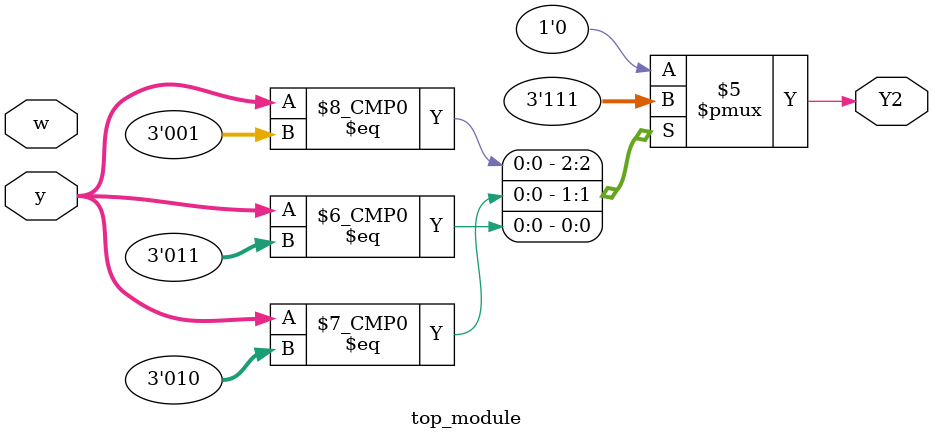
<source format=sv>
module top_module(
	input [3:1] y,
	input w,
	output reg Y2);

	always @(*) begin
		case (y)
			3'b000: Y2 = 1'b0; // A -> B
			3'b001: Y2 = 1'b1; // B -> A
			3'b010: Y2 = 1'b1; // C -> D
			3'b011: Y2 = 1'b1; // D -> A
			3'b100: Y2 = 1'b0; // E -> D
			3'b101: Y2 = 1'b0; // F -> D
			default: Y2 = 1'b0; // Default
		endcase
	end

endmodule

</source>
